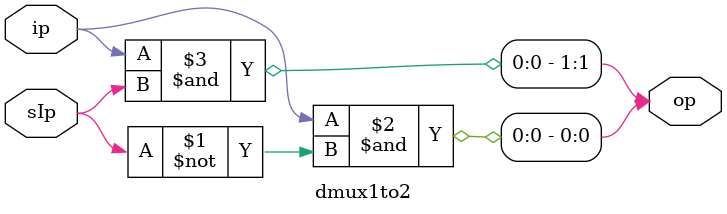
<source format=sv>

module dmux1to2 (op, ip, sIp);

  output[1:0] op;
  input ip;
  input sIp;

  assign op[0] = ip & (~sIp);
  assign op[1] = ip & (sIp);

endmodule

// no testbech because this code is to program an fpga
// refer to the Pin Planner Diagram readme file

</source>
